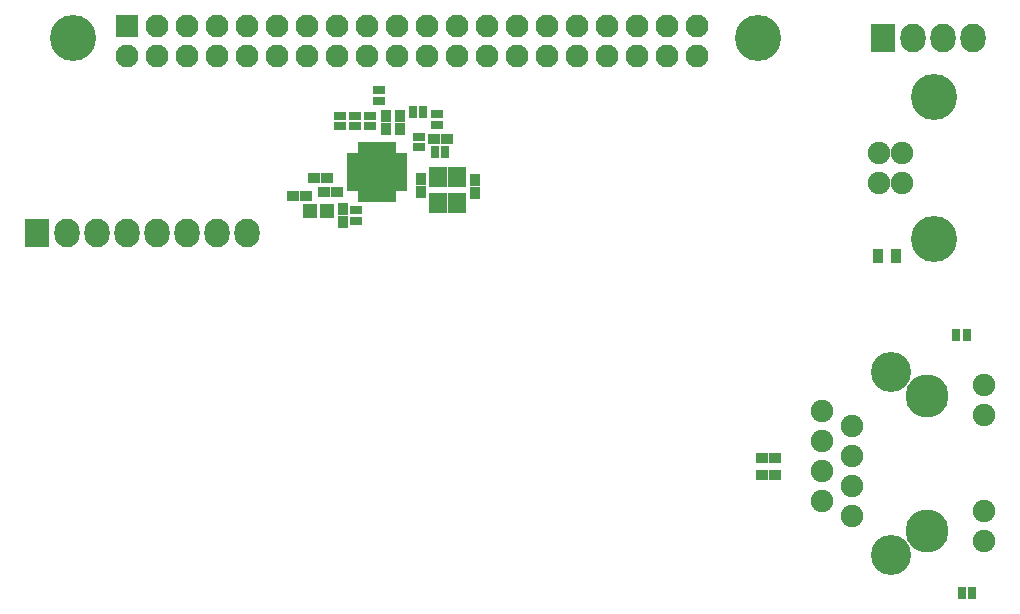
<source format=gbr>
G04 #@! TF.FileFunction,Soldermask,Top*
%FSLAX46Y46*%
G04 Gerber Fmt 4.6, Leading zero omitted, Abs format (unit mm)*
G04 Created by KiCad (PCBNEW 4.0.7) date 09/09/17 19:19:24*
%MOMM*%
%LPD*%
G01*
G04 APERTURE LIST*
%ADD10C,0.100000*%
%ADD11R,1.000000X0.800000*%
%ADD12R,1.000000X0.900000*%
%ADD13R,1.200000X1.150000*%
%ADD14R,0.900000X1.000000*%
%ADD15R,0.900000X1.300000*%
%ADD16R,2.127200X2.432000*%
%ADD17O,2.127200X2.432000*%
%ADD18R,0.800000X1.000000*%
%ADD19R,1.550000X1.800000*%
%ADD20R,0.700000X1.250000*%
%ADD21R,1.250000X0.700000*%
%ADD22R,1.700000X1.700000*%
%ADD23C,3.900000*%
%ADD24C,1.900000*%
%ADD25O,1.950000X1.950000*%
%ADD26R,1.950000X1.950000*%
%ADD27C,3.650000*%
%ADD28C,3.400000*%
G04 APERTURE END LIST*
D10*
D11*
X147828000Y-96081000D03*
X147828000Y-95181000D03*
D12*
X182187400Y-124202200D03*
X181087400Y-124202200D03*
X182167400Y-125629200D03*
X181067400Y-125629200D03*
X153247000Y-97155000D03*
X154347000Y-97155000D03*
X144187000Y-100507800D03*
X143087000Y-100507800D03*
D13*
X144260000Y-103251000D03*
X142760000Y-103251000D03*
D14*
X145542000Y-103082000D03*
X145542000Y-104182000D03*
D12*
X145076000Y-101676200D03*
X143976000Y-101676200D03*
D14*
X152146000Y-100542000D03*
X152146000Y-101642000D03*
D12*
X142409000Y-101981000D03*
X141309000Y-101981000D03*
D14*
X149225000Y-96308000D03*
X149225000Y-95208000D03*
X156718000Y-101769000D03*
X156718000Y-100669000D03*
X150368000Y-96308000D03*
X150368000Y-95208000D03*
D15*
X192393000Y-107061000D03*
X190893000Y-107061000D03*
D16*
X191295020Y-88646000D03*
D17*
X193835020Y-88646000D03*
X196375020Y-88646000D03*
X198915020Y-88646000D03*
D18*
X198379000Y-113780000D03*
X197479000Y-113780000D03*
X198863400Y-135644200D03*
X197963400Y-135644200D03*
X153347000Y-98298000D03*
X154247000Y-98298000D03*
D11*
X145288000Y-95181000D03*
X145288000Y-96081000D03*
X146685000Y-103182000D03*
X146685000Y-104082000D03*
X148590000Y-93922000D03*
X148590000Y-93022000D03*
X146558000Y-96081000D03*
X146558000Y-95181000D03*
X153570000Y-95990000D03*
X153570000Y-95090000D03*
D19*
X155232000Y-102573000D03*
X153632000Y-102573000D03*
X153632000Y-100373000D03*
X155232000Y-100373000D03*
D11*
X152019000Y-97859000D03*
X152019000Y-96959000D03*
D20*
X147213000Y-101899000D03*
X147713000Y-101899000D03*
X148213000Y-101899000D03*
X148713000Y-101899000D03*
X149213000Y-101899000D03*
X149713000Y-101899000D03*
D21*
X150413000Y-101199000D03*
X150413000Y-100699000D03*
X150413000Y-100199000D03*
X150413000Y-99699000D03*
X150413000Y-99199000D03*
X150413000Y-98699000D03*
D20*
X149713000Y-97999000D03*
X149213000Y-97999000D03*
X148713000Y-97999000D03*
X148213000Y-97999000D03*
X147713000Y-97999000D03*
X147213000Y-97999000D03*
D21*
X146513000Y-98699000D03*
X146513000Y-99199000D03*
X146513000Y-99699000D03*
X146513000Y-100199000D03*
X146513000Y-100699000D03*
X146513000Y-101199000D03*
D22*
X149113000Y-99299000D03*
X147813000Y-99299000D03*
X149113000Y-100599000D03*
X147813000Y-100599000D03*
D23*
X195635880Y-93619120D03*
D24*
X192925880Y-100889120D03*
D23*
X195635880Y-105659120D03*
D24*
X192925880Y-98389120D03*
X190925880Y-98389120D03*
X190925880Y-100889120D03*
D25*
X175520000Y-90120000D03*
X175520000Y-87580000D03*
D23*
X180690000Y-88650000D03*
D26*
X127260000Y-87580000D03*
D25*
X127260000Y-90120000D03*
X129800000Y-87580000D03*
X129800000Y-90120000D03*
X132340000Y-87580000D03*
X132340000Y-90120000D03*
X134880000Y-87580000D03*
X134880000Y-90120000D03*
X137420000Y-87580000D03*
X137420000Y-90120000D03*
X139960000Y-87580000D03*
X139960000Y-90120000D03*
X142500000Y-87580000D03*
X142500000Y-90120000D03*
X145040000Y-87580000D03*
X145040000Y-90120000D03*
X147580000Y-87580000D03*
X147580000Y-90120000D03*
X150120000Y-87580000D03*
X150120000Y-90120000D03*
X152660000Y-87580000D03*
X152660000Y-90120000D03*
X155200000Y-87580000D03*
X155200000Y-90120000D03*
X157740000Y-87580000D03*
X157740000Y-90120000D03*
D23*
X122690000Y-88650000D03*
D25*
X160280000Y-87580000D03*
X162820000Y-87580000D03*
X165360000Y-87580000D03*
X167900000Y-87580000D03*
X170440000Y-87580000D03*
X172980000Y-87580000D03*
X160280000Y-90120000D03*
X162820000Y-90120000D03*
X165360000Y-90120000D03*
X167900000Y-90120000D03*
X170440000Y-90120000D03*
X172980000Y-90120000D03*
D16*
X119656860Y-105097420D03*
D17*
X122196860Y-105097420D03*
X124736860Y-105097420D03*
X127276860Y-105097420D03*
X129816860Y-105097420D03*
X132356860Y-105097420D03*
X134896860Y-105097420D03*
X137436860Y-105097420D03*
D27*
X194990000Y-118890000D03*
D28*
X191940000Y-116860000D03*
D24*
X186100000Y-127785000D03*
X199890000Y-131230000D03*
X199890000Y-128690000D03*
X199890000Y-117980000D03*
X199890000Y-120520000D03*
D27*
X194990000Y-130320000D03*
D28*
X191940000Y-132350000D03*
D24*
X186100000Y-125245000D03*
X186100000Y-122705000D03*
X186100000Y-120165000D03*
X188640000Y-129045000D03*
X188640000Y-126505000D03*
X188640000Y-123965000D03*
X188640000Y-121425000D03*
D18*
X151490000Y-94860000D03*
X152390000Y-94860000D03*
M02*

</source>
